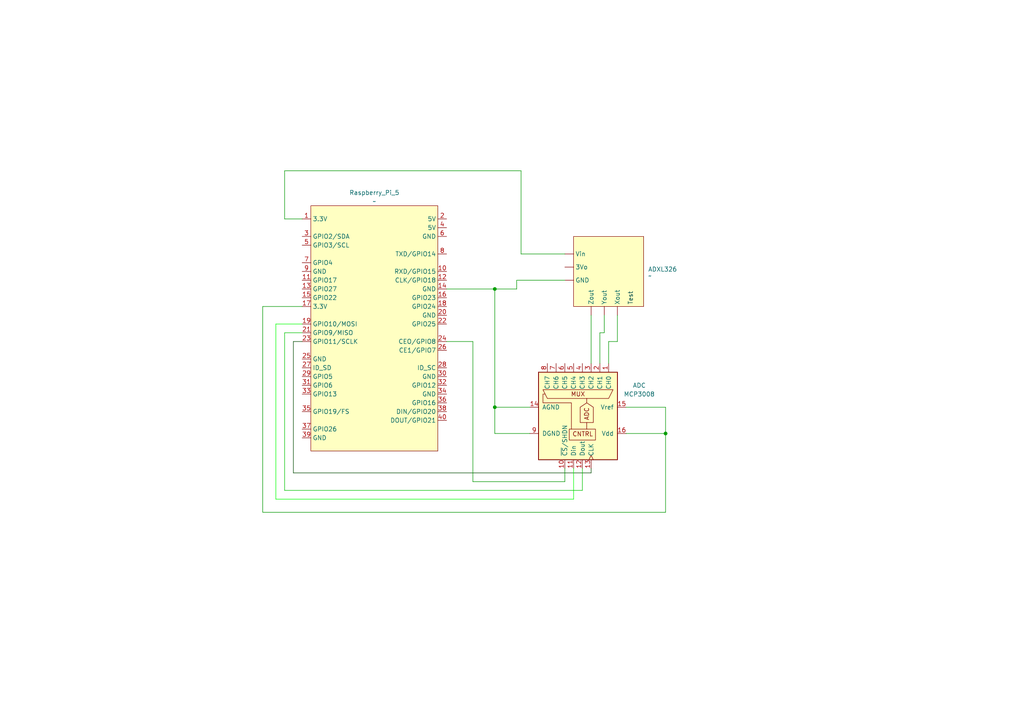
<source format=kicad_sch>
(kicad_sch (version 20231120) (generator "eeschema") (generator_version "8.0")
  (paper "A4")
  (lib_symbols
    (symbol "ADXL326:ADXL326"
      (property "Reference" "Accelerometer" (at 0 0 0))
      (symbol "ADXL326_0_1"
        (rectangle (start -6.35 -3.81) (end 13.97 -24.13) (fill (type background)))
      )
      (symbol "ADXL326_1_0"
        (pin output line (at -8.89 -12.7 0) (length 2.54) (name "3Vo") (number ""))
        (pin input line (at -8.89 -16.51 0) (length 2.54) (name "GND") (number ""))
        (pin input line (at -8.89 -8.89 0) (length 2.54) (name "Vin") (number ""))
        (pin output line (at 6.35 -26.67 90) (length 2.54) (name "Xout") (number ""))
        (pin output line (at 2.54 -26.67 90) (length 2.54) (name "Yout") (number ""))
        (pin output line (at -1.27 -26.67 90) (length 2.54) (name "Zout") (number ""))
      )
      (symbol "ADXL326_1_1"
        (text "Test" (at 10.16 -21.59 900) (effects (font (size 1.27 1.27))))
      )
    )
    (symbol "Analog_ADC:MCP3008" (pin_names (offset 1.016))
      (property "Reference" "U" (at -5.08 13.335 0))
      (property "Value" "MCP3008" (at -5.08 11.43 0))
      (symbol "MCP3008_0_0"
        (text "ADC" (at -0.635 1.27 0) (effects (font (size 1.27 1.27))))
        (text "CNTRL" (at 5.969 -2.921 900) (effects (font (size 1.27 1.27)) (justify left bottom)))
        (text "MUX" (at -6.35 -1.27 900) (effects (font (size 1.27 1.27))))
      )
      (symbol "MCP3008_0_1"
        (polyline (pts (xy -3.81 1.27) (xy -5.08 1.27)))
        (polyline (pts (xy 1.905 1.27) (xy 3.81 1.27)))
        (polyline (pts (xy -7.62 8.89) (xy -7.62 -11.43) (xy -5.08 -10.16) (xy -5.08 7.62) (xy -7.62 8.89)))
        (polyline (pts (xy 3.81 -3.175) (xy -3.81 -3.175) (xy -3.81 -11.43) (xy -6.35 -11.43) (xy -6.35 -10.795)))
        (polyline (pts (xy 1.905 3.175) (xy 1.905 -0.635) (xy -2.54 -0.635) (xy -3.81 1.27) (xy -2.54 3.175) (xy 1.905 3.175)))
        (rectangle (start 3.81 -3.81) (end 6.985 3.81))
        (rectangle (start 12.7 -12.7) (end -12.7 10.16) (stroke (width 0.254)) (fill (type background)))
      )
      (symbol "MCP3008_1_1"
        (pin input line (at -15.24 7.62 0) (length 2.54) (name "CH0") (number "1"))
        (pin input line (at 15.24 -5.08 180) (length 2.54) (name "~{CS}/SHDN") (number "10"))
        (pin input line (at 15.24 -2.54 180) (length 2.54) (name "Din") (number "11"))
        (pin output line (at 15.24 0 180) (length 2.54) (name "Dout") (number "12"))
        (pin input clock (at 15.24 2.54 180) (length 2.54) (name "CLK") (number "13"))
        (pin power_in line (at -2.54 -15.24 90) (length 2.54) (name "AGND") (number "14"))
        (pin power_in line (at -2.54 12.7 270) (length 2.54) (name "Vref") (number "15"))
        (pin power_in line (at 5.08 12.7 270) (length 2.54) (name "Vdd") (number "16"))
        (pin input line (at -15.24 5.08 0) (length 2.54) (name "CH1") (number "2"))
        (pin input line (at -15.24 2.54 0) (length 2.54) (name "CH2") (number "3"))
        (pin input line (at -15.24 0 0) (length 2.54) (name "CH3") (number "4"))
        (pin input line (at -15.24 -2.54 0) (length 2.54) (name "CH4") (number "5"))
        (pin input line (at -15.24 -5.08 0) (length 2.54) (name "CH5") (number "6"))
        (pin input line (at -15.24 -7.62 0) (length 2.54) (name "CH6") (number "7"))
        (pin input line (at -15.24 -10.16 0) (length 2.54) (name "CH7") (number "8"))
        (pin power_in line (at 5.08 -15.24 90) (length 2.54) (name "DGND") (number "9"))
      )
    )
    (symbol "raspberry_pi_5 (1):Raspberry_Pi_5"
      (property "Reference" "Raspberry_Pi_5" (at 8.128 22.098 0))
      (symbol "Raspberry_Pi_5_0_1"
        (rectangle (start -6.35 16.51) (end 30.48 -54.61) (fill (type background)))
      )
      (symbol "Raspberry_Pi_5_1_0"
        (pin output line (at 33.02 -2.54 180) (length 2.54) (name "RXD/GPIO15") (number "10"))
        (pin output line (at -8.89 -5.08 0) (length 2.54) (name "GPIO17") (number "11"))
        (pin output line (at 33.02 -5.08 180) (length 2.54) (name "CLK/GPIO18") (number "12"))
        (pin output line (at -8.89 -7.62 0) (length 2.54) (name "GPIO27") (number "13"))
        (pin output line (at 33.02 -7.62 180) (length 2.54) (name "GND") (number "14"))
        (pin output line (at -8.89 -10.16 0) (length 2.54) (name "GPIO22") (number "15"))
        (pin output line (at 33.02 -10.16 180) (length 2.54) (name "GPIO23") (number "16"))
        (pin output line (at -8.89 -12.7 0) (length 2.54) (name "3.3V") (number "17"))
        (pin output line (at 33.02 -12.7 180) (length 2.54) (name "GPIO24") (number "18"))
        (pin output line (at -8.89 -17.78 0) (length 2.54) (name "GPIO10/MOSI") (number "19"))
        (pin output line (at 33.02 12.7 180) (length 2.54) (name "5V") (number "2"))
        (pin output line (at 33.02 -15.24 180) (length 2.54) (name "GND") (number "20"))
        (pin output line (at -8.89 -20.32 0) (length 2.54) (name "GPIO9/MISO") (number "21"))
        (pin output line (at 33.02 -17.78 180) (length 2.54) (name "GPIO25") (number "22"))
        (pin output line (at -8.89 -22.86 0) (length 2.54) (name "GPIO11/SCLK") (number "23"))
        (pin output line (at 33.02 -22.86 180) (length 2.54) (name "CEO/GPIO8") (number "24"))
        (pin output line (at -8.89 -27.94 0) (length 2.54) (name "GND") (number "25"))
        (pin output line (at 33.02 -25.4 180) (length 2.54) (name "CE1/GPIO7") (number "26"))
        (pin output line (at -8.89 -30.48 0) (length 2.54) (name "ID_SD") (number "27"))
        (pin output line (at 33.02 -30.48 180) (length 2.54) (name "ID_SC") (number "28"))
        (pin output line (at -8.89 -33.02 0) (length 2.54) (name "GPIO5") (number "29"))
        (pin output line (at -8.89 7.62 0) (length 2.54) (name "GPIO2/SDA") (number "3"))
        (pin output line (at 33.02 -33.02 180) (length 2.54) (name "GND") (number "30"))
        (pin output line (at -8.89 -35.56 0) (length 2.54) (name "GPIO6") (number "31"))
        (pin output line (at 33.02 -35.56 180) (length 2.54) (name "GPIO12") (number "32"))
        (pin output line (at -8.89 -38.1 0) (length 2.54) (name "GPIO13") (number "33"))
        (pin output line (at 33.02 -38.1 180) (length 2.54) (name "GND") (number "34"))
        (pin output line (at -8.89 -43.18 0) (length 2.54) (name "GPIO19/FS") (number "35"))
        (pin output line (at 33.02 -40.64 180) (length 2.54) (name "GPIO16") (number "36"))
        (pin output line (at -8.89 -48.26 0) (length 2.54) (name "GPIO26") (number "37"))
        (pin output line (at 33.02 -43.18 180) (length 2.54) (name "DIN/GPIO20") (number "38"))
        (pin output line (at -8.89 -50.8 0) (length 2.54) (name "GND") (number "39"))
        (pin output line (at 33.02 10.16 180) (length 2.54) (name "5V") (number "4"))
        (pin output line (at 33.02 -45.72 180) (length 2.54) (name "DOUT/GPIO21") (number "40"))
        (pin output line (at -8.89 5.08 0) (length 2.54) (name "GPIO3/SCL") (number "5"))
        (pin output line (at 33.02 7.62 180) (length 2.54) (name "GND") (number "6"))
        (pin output line (at -8.89 0 0) (length 2.54) (name "GPIO4") (number "7"))
        (pin output line (at 33.02 2.54 180) (length 2.54) (name "TXD/GPIO14") (number "8"))
        (pin output line (at -8.89 -2.54 0) (length 2.54) (name "GND") (number "9"))
      )
      (symbol "Raspberry_Pi_5_1_1"
        (pin output line (at -8.89 12.7 0) (length 2.54) (name "3.3V") (number "1"))
      )
    )
  )
  (junction (at 193.04 125.73))
  (junction (at 143.51 83.82))
  (junction (at 143.51 118.11))
  (wire (pts (xy 179.07 91.44) (xy 179.07 99.06)))
  (wire (pts (xy 137.16 99.06) (xy 129.54 99.06)))
  (wire (pts (xy 76.2 148.59) (xy 193.04 148.59)))
  (wire (pts (xy 193.04 118.11) (xy 181.61 118.11)))
  (wire (pts (xy 171.45 137.16) (xy 85.09 137.16)) (stroke (width 0) (color 0 72 0 1)))
  (wire (pts (xy 82.55 63.5) (xy 87.63 63.5)))
  (wire (pts (xy 143.51 118.11) (xy 143.51 83.82)))
  (wire (pts (xy 163.83 81.28) (xy 149.86 81.28)))
  (wire (pts (xy 171.45 135.89) (xy 171.45 137.16)) (stroke (width 0) (color 0 72 0 1)))
  (wire (pts (xy 85.09 99.06) (xy 87.63 99.06)) (stroke (width 0) (color 0 72 0 1)))
  (wire (pts (xy 176.53 99.06) (xy 176.53 105.41)))
  (wire (pts (xy 175.26 91.44) (xy 175.26 96.52)))
  (wire (pts (xy 76.2 88.9) (xy 76.2 148.59)))
  (wire (pts (xy 149.86 83.82) (xy 143.51 83.82)))
  (wire (pts (xy 143.51 125.73) (xy 143.51 118.11)))
  (wire (pts (xy 175.26 96.52) (xy 173.99 96.52)))
  (wire (pts (xy 153.67 125.73) (xy 143.51 125.73)))
  (wire (pts (xy 80.01 144.78) (xy 166.37 144.78)) (stroke (width 0) (color 0 255 0 1)))
  (wire (pts (xy 80.01 93.98) (xy 80.01 144.78)) (stroke (width 0) (color 0 255 0 1)))
  (wire (pts (xy 168.91 142.24) (xy 168.91 135.89)) (stroke (width 0) (color 0 194 0 1)))
  (wire (pts (xy 149.86 81.28) (xy 149.86 83.82)))
  (wire (pts (xy 82.55 49.53) (xy 82.55 63.5)))
  (wire (pts (xy 151.13 49.53) (xy 151.13 73.66)))
  (wire (pts (xy 82.55 49.53) (xy 151.13 49.53)))
  (wire (pts (xy 163.83 135.89) (xy 163.83 139.7)))
  (wire (pts (xy 163.83 139.7) (xy 137.16 139.7)))
  (wire (pts (xy 166.37 144.78) (xy 166.37 135.89)) (stroke (width 0) (color 0 255 0 1)))
  (wire (pts (xy 137.16 139.7) (xy 137.16 99.06)))
  (wire (pts (xy 193.04 148.59) (xy 193.04 125.73)))
  (wire (pts (xy 173.99 96.52) (xy 173.99 105.41)))
  (wire (pts (xy 87.63 93.98) (xy 80.01 93.98)) (stroke (width 0) (color 0 255 0 1)))
  (wire (pts (xy 153.67 118.11) (xy 143.51 118.11)))
  (wire (pts (xy 181.61 125.73) (xy 193.04 125.73)))
  (wire (pts (xy 82.55 142.24) (xy 168.91 142.24)) (stroke (width 0) (color 0 194 0 1)))
  (wire (pts (xy 171.45 91.44) (xy 171.45 105.41)))
  (wire (pts (xy 179.07 99.06) (xy 176.53 99.06)))
  (wire (pts (xy 85.09 137.16) (xy 85.09 99.06)) (stroke (width 0) (color 0 72 0 1)))
  (wire (pts (xy 143.51 83.82) (xy 129.54 83.82)))
  (wire (pts (xy 87.63 88.9) (xy 76.2 88.9)))
  (wire (pts (xy 82.55 96.52) (xy 82.55 142.24)) (stroke (width 0) (color 0 194 0 1)))
  (wire (pts (xy 193.04 125.73) (xy 193.04 118.11)))
  (wire (pts (xy 87.63 96.52) (xy 82.55 96.52)) (stroke (width 0) (color 0 194 0 1)))
  (wire (pts (xy 151.13 73.66) (xy 163.83 73.66)))
  (symbol (lib_id "raspberry_pi_5 (1):Raspberry_Pi_5") (at 96.52 76.2 0) (unit 1)
    (property "Reference" "Raspberry_Pi_5" (at 108.585 55.88 0))
    (property "Value" "~" (at 108.585 58.42 0))
  )
  (symbol (lib_id "Analog_ADC:MCP3008") (at 168.91 120.65 270) (unit 1)
    (property "Reference" "ADC" (at 185.42 111.7914 90))
    (property "Value" "MCP3008" (at 185.42 114.3314 90))
    (property "Datasheet" "http://ww1.microchip.com/downloads/en/DeviceDoc/21295d.pdf" (effects (hide yes)))
    (property "Description" "A/D Converter, 10-Bit, 8-Channel, SPI Interface , 2.7V-5.5V" (effects (hide yes)))
  )
  (symbol (lib_id "ADXL326:ADXL326") (at 172.72 64.77 0) (unit 1)
    (property "Reference" "ADXL326" (at 187.96 78.1049 0) (effects (justify left)))
    (property "Value" "~" (at 187.96 80.01 0) (effects (justify left)))
  )
)
</source>
